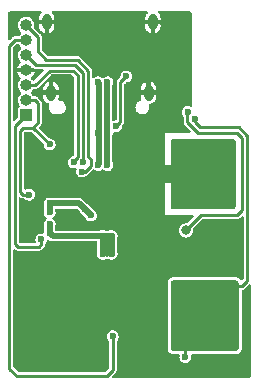
<source format=gbr>
%TF.GenerationSoftware,KiCad,Pcbnew,(6.0.7)*%
%TF.CreationDate,2022-10-06T16:56:11+02:00*%
%TF.ProjectId,k1-aioc,6b312d61-696f-4632-9e6b-696361645f70,rev?*%
%TF.SameCoordinates,Original*%
%TF.FileFunction,Copper,L2,Bot*%
%TF.FilePolarity,Positive*%
%FSLAX46Y46*%
G04 Gerber Fmt 4.6, Leading zero omitted, Abs format (unit mm)*
G04 Created by KiCad (PCBNEW (6.0.7)) date 2022-10-06 16:56:11*
%MOMM*%
%LPD*%
G01*
G04 APERTURE LIST*
%TA.AperFunction,ComponentPad*%
%ADD10O,0.800000X1.400000*%
%TD*%
%TA.AperFunction,ComponentPad*%
%ADD11R,1.000000X1.000000*%
%TD*%
%TA.AperFunction,ComponentPad*%
%ADD12O,1.000000X1.000000*%
%TD*%
%TA.AperFunction,ViaPad*%
%ADD13C,0.600000*%
%TD*%
%TA.AperFunction,ViaPad*%
%ADD14C,0.800000*%
%TD*%
%TA.AperFunction,Conductor*%
%ADD15C,0.250000*%
%TD*%
%TA.AperFunction,Conductor*%
%ADD16C,0.500000*%
%TD*%
G04 APERTURE END LIST*
D10*
%TO.P,J1,S1,SHIELD*%
%TO.N,GND*%
X107370000Y-87110000D03*
X107010000Y-81160000D03*
X115630000Y-87110000D03*
X115990000Y-81160000D03*
%TD*%
D11*
%TO.P,J2,1,Pin_1*%
%TO.N,/BOOT0*%
X105250000Y-89020000D03*
D12*
%TO.P,J2,2,Pin_2*%
%TO.N,+3V3*%
X105250000Y-87750000D03*
%TO.P,J2,3,Pin_3*%
%TO.N,/SWCLK*%
X105250000Y-86480000D03*
%TO.P,J2,4,Pin_4*%
%TO.N,GND*%
X105250000Y-85210000D03*
%TO.P,J2,5,Pin_5*%
%TO.N,/SWDIO*%
X105250000Y-83940000D03*
%TO.P,J2,6,Pin_6*%
%TO.N,/NRST*%
X105250000Y-82670000D03*
%TO.P,J2,7,Pin_7*%
%TO.N,/SWO*%
X105250000Y-81400000D03*
%TD*%
D13*
%TO.N,GND*%
X116500000Y-103750000D03*
X105000000Y-99550000D03*
X109000000Y-86250000D03*
X115500000Y-97500000D03*
X113000000Y-83500000D03*
X105500000Y-94000000D03*
X104500000Y-109000000D03*
X114242052Y-88160946D03*
X116500000Y-94500000D03*
X118950000Y-83250000D03*
X104500000Y-108000000D03*
X115000000Y-102000000D03*
X116500000Y-102750000D03*
X113000000Y-96500000D03*
X110000000Y-100250000D03*
X118950000Y-84750000D03*
X109250000Y-103750000D03*
X112250000Y-102000000D03*
X107750000Y-89500000D03*
X111500000Y-108000000D03*
X105500000Y-102750000D03*
X112000000Y-97500000D03*
X107250000Y-103750000D03*
D14*
X123250000Y-100000000D03*
D13*
X110000000Y-98250000D03*
X114000000Y-99000000D03*
X116000000Y-83500000D03*
X113750000Y-110500000D03*
X109250000Y-102750000D03*
X114500000Y-101000000D03*
X113750000Y-109500000D03*
X106999730Y-83498631D03*
X105750000Y-99550000D03*
X110000000Y-101000000D03*
X104500000Y-110000000D03*
X117000000Y-90150000D03*
X114000000Y-92000000D03*
X113000000Y-97500000D03*
X113000000Y-102000000D03*
X107000000Y-89500000D03*
X111500000Y-109000000D03*
X107250000Y-104750000D03*
X105500000Y-94750000D03*
D14*
X121750000Y-100000000D03*
D13*
X105500000Y-104250000D03*
X116500000Y-95500000D03*
X111500000Y-110000000D03*
X114750000Y-98250000D03*
X115750000Y-110000000D03*
X114000000Y-96500000D03*
X116250000Y-90150000D03*
X113750000Y-108500000D03*
X114499130Y-83499207D03*
X114500000Y-86250000D03*
X112000000Y-96500000D03*
X108500000Y-83500000D03*
X109000000Y-88166813D03*
X111500000Y-83500000D03*
X105500000Y-101250000D03*
D14*
X123250000Y-101500000D03*
D13*
X115500000Y-99000000D03*
X111000000Y-96500000D03*
X115500000Y-101000000D03*
X111500000Y-102000000D03*
X118950000Y-86250000D03*
X109250000Y-104750000D03*
X115500000Y-92000000D03*
X118950000Y-87750000D03*
X110000000Y-83500000D03*
%TO.N,/SWCLK*%
X109299068Y-93000472D03*
%TO.N,/SWDIO*%
X110098525Y-92991979D03*
%TO.N,/USB-DP*%
X111350000Y-86250000D03*
X111350000Y-90500000D03*
X111350000Y-93250000D03*
%TO.N,/USB-DN*%
X112150000Y-86250000D03*
X112150000Y-90500000D03*
X112150000Y-93250000D03*
%TO.N,+3V3*%
X110274500Y-97000000D03*
X110750000Y-97500000D03*
X105500000Y-95750000D03*
X107250000Y-97250000D03*
X107250000Y-96500000D03*
X107250000Y-91500000D03*
%TO.N,+3.3VA*%
X107250000Y-98250000D03*
X111750000Y-99250000D03*
X112500000Y-99250000D03*
X107250000Y-99000000D03*
X111750000Y-100750000D03*
X112500000Y-100750000D03*
%TO.N,Net-(J1-PadA5)*%
X113750000Y-85750000D03*
X112899500Y-89942499D03*
%TO.N,/RADIO-RX-PTT1*%
X118750000Y-109500000D03*
X119550000Y-89350000D03*
%TO.N,/RADIO-TX*%
X118950000Y-88750000D03*
D14*
X118776040Y-98783914D03*
D13*
%TO.N,/NRST*%
X112600000Y-107750000D03*
%TO.N,/SWO*%
X110000000Y-93799503D03*
%TO.N,/BOOT0*%
X106550000Y-99550000D03*
%TD*%
D15*
%TO.N,/SWCLK*%
X109299068Y-93000472D02*
X109299068Y-92907552D01*
X106020000Y-86480000D02*
X105250000Y-86480000D01*
X109299068Y-92907552D02*
X109625000Y-92581620D01*
X109250000Y-85250000D02*
X107250000Y-85250000D01*
X107250000Y-85250000D02*
X106020000Y-86480000D01*
X109625000Y-85625000D02*
X109250000Y-85250000D01*
X109625000Y-92581620D02*
X109625000Y-85625000D01*
%TO.N,/SWDIO*%
X106110000Y-84800000D02*
X105250000Y-83940000D01*
X110098525Y-92991979D02*
X110075500Y-92968954D01*
X110075500Y-92968954D02*
X110075500Y-85439104D01*
X109436396Y-84800000D02*
X106110000Y-84800000D01*
X110075500Y-85439104D02*
X109436396Y-84800000D01*
D16*
%TO.N,/USB-DP*%
X111400000Y-86300000D02*
X111400000Y-93200000D01*
X111350000Y-86250000D02*
X111400000Y-86300000D01*
X111400000Y-93200000D02*
X111350000Y-93250000D01*
%TO.N,/USB-DN*%
X112100000Y-93200000D02*
X112150000Y-93250000D01*
X112100000Y-86300000D02*
X112100000Y-93200000D01*
X112150000Y-86250000D02*
X112100000Y-86300000D01*
%TO.N,+3V3*%
X107250000Y-97250000D02*
X107250000Y-96500000D01*
D15*
X105866116Y-90066942D02*
X105866116Y-90116116D01*
D16*
X109774500Y-96500000D02*
X107250000Y-96500000D01*
X110274500Y-97000000D02*
X110250000Y-97000000D01*
D15*
X106250000Y-88000000D02*
X106250000Y-89683058D01*
X107250000Y-91500000D02*
X105866116Y-90116116D01*
X104775000Y-95525000D02*
X105000000Y-95750000D01*
X104775000Y-90341116D02*
X104775000Y-95525000D01*
X105000000Y-95750000D02*
X105500000Y-95750000D01*
X105000000Y-90116116D02*
X105866116Y-90116116D01*
X106250000Y-89683058D02*
X105866116Y-90066942D01*
X104775000Y-90341116D02*
X105000000Y-90116116D01*
X106000000Y-87750000D02*
X106250000Y-88000000D01*
D16*
X110250000Y-97000000D02*
X110750000Y-97500000D01*
D15*
X105250000Y-87750000D02*
X106000000Y-87750000D01*
D16*
X110274500Y-97000000D02*
X109774500Y-96500000D01*
%TO.N,+3.3VA*%
X107500000Y-99250000D02*
X107250000Y-99000000D01*
X112500000Y-99250000D02*
X112500000Y-100750000D01*
X111750000Y-99250000D02*
X107500000Y-99250000D01*
X112100000Y-99250000D02*
X112100000Y-100750000D01*
X111750000Y-99250000D02*
X112250000Y-99250000D01*
X107250000Y-99000000D02*
X107250000Y-98250000D01*
X111750000Y-99250000D02*
X111750000Y-100750000D01*
X112250000Y-99250000D02*
X112500000Y-99250000D01*
D15*
%TO.N,Net-(J1-PadA5)*%
X113250000Y-89591999D02*
X112899500Y-89942499D01*
X113250000Y-86250000D02*
X113250000Y-89591999D01*
X113750000Y-85750000D02*
X113250000Y-86250000D01*
%TO.N,/RADIO-RX-PTT1*%
X119550000Y-89350000D02*
X119550000Y-89597488D01*
X119952512Y-90000000D02*
X123250000Y-90000000D01*
X118750000Y-109500000D02*
X118750000Y-108750000D01*
X123250000Y-90000000D02*
X124000000Y-90750000D01*
X124000000Y-103025000D02*
X123525000Y-103500000D01*
X123525000Y-103500000D02*
X123000000Y-103500000D01*
X119550000Y-89597488D02*
X119952512Y-90000000D01*
X124000000Y-90750000D02*
X124000000Y-103025000D01*
%TO.N,/RADIO-TX*%
X118776040Y-98783914D02*
X120059954Y-97500000D01*
X123100000Y-97500000D02*
X123550000Y-97050000D01*
X120059954Y-97500000D02*
X123100000Y-97500000D01*
X123550000Y-97050000D02*
X123550000Y-90936396D01*
X119816116Y-90500000D02*
X118925000Y-89608884D01*
X118925000Y-89608884D02*
X118925000Y-88775000D01*
X123550000Y-90936396D02*
X123113604Y-90500000D01*
X123113604Y-90500000D02*
X119816116Y-90500000D01*
X118925000Y-88775000D02*
X118950000Y-88750000D01*
%TO.N,/NRST*%
X103850000Y-110483884D02*
X103850000Y-83150000D01*
X103850000Y-83150000D02*
X104330000Y-82670000D01*
X112075000Y-111125000D02*
X104491116Y-111125000D01*
X104330000Y-82670000D02*
X105250000Y-82670000D01*
X104491116Y-111125000D02*
X103850000Y-110483884D01*
X112600000Y-110600000D02*
X112075000Y-111125000D01*
X112600000Y-107750000D02*
X112600000Y-110600000D01*
%TO.N,/SWO*%
X110525500Y-92535070D02*
X110723525Y-92733095D01*
X106967215Y-84350000D02*
X109622792Y-84350000D01*
X106250000Y-82400000D02*
X106250000Y-83632785D01*
X105250000Y-81400000D02*
X106250000Y-82400000D01*
X110723525Y-92733095D02*
X110723525Y-93325978D01*
X109622792Y-84350000D02*
X110525500Y-85252708D01*
X110525500Y-85252708D02*
X110525500Y-92535070D01*
X110250000Y-93799503D02*
X110000000Y-93799503D01*
X110723525Y-93325978D02*
X110250000Y-93799503D01*
X106250000Y-83632785D02*
X106967215Y-84350000D01*
%TO.N,/BOOT0*%
X104300000Y-89970000D02*
X105250000Y-89020000D01*
X106550000Y-99550000D02*
X106550000Y-99950000D01*
X104325000Y-99925000D02*
X104325000Y-97325000D01*
X106325000Y-100175000D02*
X104575000Y-100175000D01*
X104300000Y-97300000D02*
X104300000Y-89970000D01*
X106550000Y-99950000D02*
X106325000Y-100175000D01*
X104575000Y-100175000D02*
X104325000Y-99925000D01*
X104325000Y-97325000D02*
X104300000Y-97300000D01*
%TD*%
%TA.AperFunction,Conductor*%
%TO.N,GND*%
G36*
X122762170Y-91002421D02*
G01*
X122786073Y-91007175D01*
X122821091Y-91014141D01*
X122866510Y-91032954D01*
X122886329Y-91046196D01*
X122905939Y-91059300D01*
X122940700Y-91094061D01*
X122967045Y-91133488D01*
X122985860Y-91178911D01*
X122997579Y-91237830D01*
X123000000Y-91262410D01*
X123000000Y-96737590D01*
X122997579Y-96762170D01*
X122985860Y-96821089D01*
X122967045Y-96866512D01*
X122940700Y-96905939D01*
X122905939Y-96940700D01*
X122886329Y-96953804D01*
X122866510Y-96967046D01*
X122821091Y-96985859D01*
X122786073Y-96992825D01*
X122762170Y-96997579D01*
X122737590Y-97000000D01*
X117762410Y-97000000D01*
X117737830Y-96997579D01*
X117713927Y-96992825D01*
X117678909Y-96985859D01*
X117633490Y-96967046D01*
X117613671Y-96953804D01*
X117594061Y-96940700D01*
X117559300Y-96905939D01*
X117532955Y-96866512D01*
X117514140Y-96821089D01*
X117502421Y-96762170D01*
X117500000Y-96737590D01*
X117500000Y-91262410D01*
X117502421Y-91237830D01*
X117514140Y-91178911D01*
X117532955Y-91133488D01*
X117559300Y-91094061D01*
X117594061Y-91059300D01*
X117613671Y-91046196D01*
X117633490Y-91032954D01*
X117678909Y-91014141D01*
X117713927Y-91007175D01*
X117737830Y-91002421D01*
X117762410Y-91000000D01*
X122737590Y-91000000D01*
X122762170Y-91002421D01*
G37*
%TD.AperFunction*%
%TD*%
%TA.AperFunction,Conductor*%
%TO.N,/RADIO-RX-PTT1*%
G36*
X123012170Y-103002421D02*
G01*
X123036073Y-103007175D01*
X123071091Y-103014141D01*
X123116510Y-103032954D01*
X123136329Y-103046196D01*
X123155939Y-103059300D01*
X123190700Y-103094061D01*
X123217045Y-103133488D01*
X123235860Y-103178911D01*
X123247579Y-103237830D01*
X123250000Y-103262410D01*
X123250000Y-108737590D01*
X123247579Y-108762170D01*
X123235860Y-108821089D01*
X123217045Y-108866512D01*
X123190700Y-108905939D01*
X123155939Y-108940700D01*
X123136329Y-108953804D01*
X123116510Y-108967046D01*
X123071091Y-108985859D01*
X123036073Y-108992825D01*
X123012170Y-108997579D01*
X122987590Y-109000000D01*
X117762410Y-109000000D01*
X117737830Y-108997579D01*
X117713927Y-108992825D01*
X117678909Y-108985859D01*
X117633490Y-108967046D01*
X117613671Y-108953804D01*
X117594061Y-108940700D01*
X117559300Y-108905939D01*
X117532955Y-108866512D01*
X117514140Y-108821089D01*
X117502421Y-108762170D01*
X117500000Y-108737590D01*
X117500000Y-103262410D01*
X117502421Y-103237830D01*
X117514140Y-103178911D01*
X117532955Y-103133488D01*
X117559300Y-103094061D01*
X117594061Y-103059300D01*
X117613671Y-103046196D01*
X117633490Y-103032954D01*
X117678909Y-103014141D01*
X117713927Y-103007175D01*
X117737830Y-103002421D01*
X117762410Y-103000000D01*
X122987590Y-103000000D01*
X123012170Y-103002421D01*
G37*
%TD.AperFunction*%
%TD*%
%TA.AperFunction,Conductor*%
%TO.N,GND*%
G36*
X106561569Y-80219407D02*
G01*
X106597533Y-80268907D01*
X106597533Y-80330093D01*
X106575546Y-80367270D01*
X106480964Y-80467990D01*
X106473696Y-80477994D01*
X106400093Y-80611876D01*
X106395545Y-80623364D01*
X106357548Y-80771353D01*
X106356000Y-80783605D01*
X106356000Y-80969320D01*
X106360122Y-80982005D01*
X106364243Y-80985000D01*
X107648320Y-80985000D01*
X107661005Y-80980878D01*
X107664000Y-80976757D01*
X107664000Y-80821959D01*
X107663610Y-80815771D01*
X107649269Y-80702245D01*
X107646195Y-80690273D01*
X107589952Y-80548218D01*
X107584001Y-80537393D01*
X107494194Y-80413784D01*
X107485738Y-80404779D01*
X107450685Y-80375781D01*
X107417900Y-80324120D01*
X107421742Y-80263055D01*
X107460743Y-80215911D01*
X107513790Y-80200500D01*
X115483378Y-80200500D01*
X115541569Y-80219407D01*
X115577533Y-80268907D01*
X115577533Y-80330093D01*
X115555546Y-80367270D01*
X115460964Y-80467990D01*
X115453696Y-80477994D01*
X115380093Y-80611876D01*
X115375545Y-80623364D01*
X115337548Y-80771353D01*
X115336000Y-80783605D01*
X115336000Y-80969320D01*
X115340122Y-80982005D01*
X115344243Y-80985000D01*
X116628320Y-80985000D01*
X116641005Y-80980878D01*
X116644000Y-80976757D01*
X116644000Y-80821959D01*
X116643610Y-80815771D01*
X116629269Y-80702245D01*
X116626195Y-80690273D01*
X116569952Y-80548218D01*
X116564001Y-80537393D01*
X116474194Y-80413784D01*
X116465738Y-80404779D01*
X116430685Y-80375781D01*
X116397900Y-80324120D01*
X116401742Y-80263055D01*
X116440743Y-80215911D01*
X116493790Y-80200500D01*
X118965983Y-80200500D01*
X118988169Y-80203018D01*
X118988776Y-80203158D01*
X118988778Y-80203158D01*
X118999641Y-80205656D01*
X119010227Y-80203261D01*
X119024697Y-80204413D01*
X119077063Y-80212706D01*
X119106518Y-80222275D01*
X119162071Y-80250581D01*
X119187128Y-80268785D01*
X119231215Y-80312872D01*
X119249421Y-80337932D01*
X119277723Y-80393479D01*
X119287294Y-80422935D01*
X119294758Y-80470058D01*
X119295619Y-80475497D01*
X119296701Y-80489391D01*
X119294344Y-80499641D01*
X119296804Y-80510513D01*
X119297059Y-80511638D01*
X119299500Y-80533488D01*
X119299500Y-88200775D01*
X119280593Y-88258966D01*
X119231093Y-88294930D01*
X119169907Y-88294930D01*
X119165542Y-88293219D01*
X119162095Y-88290985D01*
X119155337Y-88288964D01*
X119155335Y-88288963D01*
X119031500Y-88251929D01*
X119024739Y-88249907D01*
X118941497Y-88249398D01*
X118888427Y-88249074D01*
X118888426Y-88249074D01*
X118881376Y-88249031D01*
X118874599Y-88250968D01*
X118874598Y-88250968D01*
X118750309Y-88286490D01*
X118750307Y-88286491D01*
X118743529Y-88288428D01*
X118622280Y-88364930D01*
X118617613Y-88370214D01*
X118617611Y-88370216D01*
X118532044Y-88467103D01*
X118532042Y-88467105D01*
X118527377Y-88472388D01*
X118466447Y-88602163D01*
X118465362Y-88609132D01*
X118465361Y-88609135D01*
X118458161Y-88655379D01*
X118444391Y-88743823D01*
X118445306Y-88750820D01*
X118445306Y-88750821D01*
X118458263Y-88849907D01*
X118462980Y-88885979D01*
X118465821Y-88892435D01*
X118465821Y-88892436D01*
X118484584Y-88935077D01*
X118520720Y-89017203D01*
X118571466Y-89077572D01*
X118576283Y-89083303D01*
X118599253Y-89140013D01*
X118599500Y-89147005D01*
X118599500Y-89590350D01*
X118599123Y-89598979D01*
X118595736Y-89637691D01*
X118597978Y-89646058D01*
X118605796Y-89675233D01*
X118607666Y-89683668D01*
X118612786Y-89712706D01*
X118614412Y-89721929D01*
X118618742Y-89729428D01*
X118620738Y-89734913D01*
X118623204Y-89740200D01*
X118625446Y-89748568D01*
X118646013Y-89777940D01*
X118647732Y-89780395D01*
X118652371Y-89787676D01*
X118671806Y-89821339D01*
X118684765Y-89832213D01*
X118701570Y-89846314D01*
X118707938Y-89852149D01*
X119186785Y-90330997D01*
X119214562Y-90385513D01*
X119204991Y-90445945D01*
X119161726Y-90489210D01*
X119116781Y-90500000D01*
X117000000Y-90500000D01*
X117000000Y-93250000D01*
X117500000Y-93250000D01*
X117500000Y-94750000D01*
X117000000Y-94750000D01*
X117000000Y-97500000D01*
X119360620Y-97500000D01*
X119418811Y-97518907D01*
X119454775Y-97568407D01*
X119454775Y-97629593D01*
X119430624Y-97669004D01*
X118939007Y-98160621D01*
X118884490Y-98188398D01*
X118856085Y-98188770D01*
X118776040Y-98178232D01*
X118619278Y-98198870D01*
X118473199Y-98259378D01*
X118347758Y-98355632D01*
X118251504Y-98481073D01*
X118190996Y-98627152D01*
X118170358Y-98783914D01*
X118190996Y-98940676D01*
X118251504Y-99086755D01*
X118347758Y-99212196D01*
X118473199Y-99308450D01*
X118619278Y-99368958D01*
X118776040Y-99389596D01*
X118932802Y-99368958D01*
X119078881Y-99308450D01*
X119204322Y-99212196D01*
X119300576Y-99086755D01*
X119361084Y-98940676D01*
X119381722Y-98783914D01*
X119371184Y-98703872D01*
X119382334Y-98643713D01*
X119399333Y-98620947D01*
X120165784Y-97854496D01*
X120220301Y-97826719D01*
X120235788Y-97825500D01*
X123081466Y-97825500D01*
X123090095Y-97825877D01*
X123128807Y-97829264D01*
X123138305Y-97826719D01*
X123166349Y-97819204D01*
X123174784Y-97817334D01*
X123204517Y-97812092D01*
X123204519Y-97812091D01*
X123213045Y-97810588D01*
X123220544Y-97806258D01*
X123226029Y-97804262D01*
X123231316Y-97801796D01*
X123239684Y-97799554D01*
X123271511Y-97777268D01*
X123278795Y-97772627D01*
X123312455Y-97753194D01*
X123337431Y-97723429D01*
X123343265Y-97717061D01*
X123505496Y-97554830D01*
X123560013Y-97527053D01*
X123620445Y-97536624D01*
X123663710Y-97579889D01*
X123674500Y-97624834D01*
X123674500Y-102849166D01*
X123655593Y-102907357D01*
X123645504Y-102919169D01*
X123577384Y-102987290D01*
X123575207Y-102989467D01*
X123520691Y-103017245D01*
X123460259Y-103007674D01*
X123422890Y-102974468D01*
X123406465Y-102949888D01*
X123374194Y-102910567D01*
X123339433Y-102875806D01*
X123300111Y-102843535D01*
X123298085Y-102842181D01*
X123262697Y-102818535D01*
X123262691Y-102818532D01*
X123260682Y-102817189D01*
X123215816Y-102793207D01*
X123194414Y-102784342D01*
X123172638Y-102775322D01*
X123172634Y-102775320D01*
X123170397Y-102774394D01*
X123168088Y-102773694D01*
X123168078Y-102773690D01*
X123124041Y-102760332D01*
X123124036Y-102760331D01*
X123121716Y-102759627D01*
X123115733Y-102758437D01*
X123063962Y-102748139D01*
X123063957Y-102748138D01*
X123062795Y-102747907D01*
X123037606Y-102744171D01*
X123017515Y-102742192D01*
X123014245Y-102741870D01*
X123014242Y-102741870D01*
X123013026Y-102741750D01*
X123011832Y-102741691D01*
X123011814Y-102741690D01*
X123000703Y-102741144D01*
X122987590Y-102740500D01*
X117762410Y-102740500D01*
X117749297Y-102741144D01*
X117738186Y-102741690D01*
X117738168Y-102741691D01*
X117736974Y-102741750D01*
X117735758Y-102741870D01*
X117735755Y-102741870D01*
X117732485Y-102742192D01*
X117712394Y-102744171D01*
X117687205Y-102747907D01*
X117686043Y-102748138D01*
X117686038Y-102748139D01*
X117634267Y-102758437D01*
X117628284Y-102759627D01*
X117625964Y-102760331D01*
X117625959Y-102760332D01*
X117581922Y-102773690D01*
X117581912Y-102773694D01*
X117579603Y-102774394D01*
X117577366Y-102775320D01*
X117577362Y-102775322D01*
X117555586Y-102784342D01*
X117534184Y-102793207D01*
X117489318Y-102817189D01*
X117487309Y-102818532D01*
X117487303Y-102818535D01*
X117451915Y-102842181D01*
X117449889Y-102843535D01*
X117410567Y-102875806D01*
X117375806Y-102910567D01*
X117343535Y-102949888D01*
X117317190Y-102989315D01*
X117293209Y-103034181D01*
X117274394Y-103079604D01*
X117259626Y-103128288D01*
X117247907Y-103187207D01*
X117244171Y-103212394D01*
X117241750Y-103236974D01*
X117240500Y-103262410D01*
X117240500Y-108737590D01*
X117241750Y-108763026D01*
X117244171Y-108787606D01*
X117247907Y-108812793D01*
X117259626Y-108871712D01*
X117274394Y-108920396D01*
X117293209Y-108965819D01*
X117317190Y-109010685D01*
X117343535Y-109050112D01*
X117375806Y-109089433D01*
X117410567Y-109124194D01*
X117449889Y-109156465D01*
X117451912Y-109157816D01*
X117451915Y-109157819D01*
X117487303Y-109181465D01*
X117487309Y-109181468D01*
X117489318Y-109182811D01*
X117534184Y-109206793D01*
X117555586Y-109215658D01*
X117577362Y-109224678D01*
X117577366Y-109224680D01*
X117579603Y-109225606D01*
X117581912Y-109226306D01*
X117581922Y-109226310D01*
X117625959Y-109239668D01*
X117625964Y-109239669D01*
X117628284Y-109240373D01*
X117630662Y-109240846D01*
X117686038Y-109251861D01*
X117686043Y-109251862D01*
X117687205Y-109252093D01*
X117712394Y-109255829D01*
X117732485Y-109257808D01*
X117735755Y-109258130D01*
X117735758Y-109258130D01*
X117736974Y-109258250D01*
X117738168Y-109258309D01*
X117738186Y-109258310D01*
X117749297Y-109258856D01*
X117762410Y-109259500D01*
X118165268Y-109259500D01*
X118223459Y-109278407D01*
X118259423Y-109327907D01*
X118263089Y-109373730D01*
X118244391Y-109493823D01*
X118245306Y-109500820D01*
X118245306Y-109500821D01*
X118246814Y-109512354D01*
X118262980Y-109635979D01*
X118265821Y-109642435D01*
X118265821Y-109642436D01*
X118273586Y-109660082D01*
X118320720Y-109767203D01*
X118333792Y-109782754D01*
X118408431Y-109871549D01*
X118408434Y-109871551D01*
X118412970Y-109876948D01*
X118418841Y-109880856D01*
X118418842Y-109880857D01*
X118431143Y-109889045D01*
X118532313Y-109956390D01*
X118632920Y-109987821D01*
X118662425Y-109997039D01*
X118662426Y-109997039D01*
X118669157Y-109999142D01*
X118740828Y-110000456D01*
X118805445Y-110001641D01*
X118805447Y-110001641D01*
X118812499Y-110001770D01*
X118819302Y-109999915D01*
X118819304Y-109999915D01*
X118894503Y-109979413D01*
X118950817Y-109964060D01*
X119072991Y-109889045D01*
X119080403Y-109880857D01*
X119164468Y-109787982D01*
X119169200Y-109782754D01*
X119231710Y-109653733D01*
X119235875Y-109628982D01*
X119254862Y-109516124D01*
X119254862Y-109516120D01*
X119255496Y-109512354D01*
X119255647Y-109500000D01*
X119255104Y-109496207D01*
X119237393Y-109372534D01*
X119247860Y-109312251D01*
X119291762Y-109269633D01*
X119335393Y-109259500D01*
X122987590Y-109259500D01*
X123000703Y-109258856D01*
X123011814Y-109258310D01*
X123011832Y-109258309D01*
X123013026Y-109258250D01*
X123014242Y-109258130D01*
X123014245Y-109258130D01*
X123017515Y-109257808D01*
X123037606Y-109255829D01*
X123062795Y-109252093D01*
X123063957Y-109251862D01*
X123063962Y-109251861D01*
X123119338Y-109240846D01*
X123121716Y-109240373D01*
X123124036Y-109239669D01*
X123124041Y-109239668D01*
X123168078Y-109226310D01*
X123168088Y-109226306D01*
X123170397Y-109225606D01*
X123172634Y-109224680D01*
X123172638Y-109224678D01*
X123194414Y-109215658D01*
X123215816Y-109206793D01*
X123260682Y-109182811D01*
X123262691Y-109181468D01*
X123262697Y-109181465D01*
X123298085Y-109157819D01*
X123298088Y-109157816D01*
X123300111Y-109156465D01*
X123339433Y-109124194D01*
X123374194Y-109089433D01*
X123406465Y-109050112D01*
X123432810Y-109010685D01*
X123456791Y-108965819D01*
X123475606Y-108920396D01*
X123490374Y-108871712D01*
X123502093Y-108812793D01*
X123505829Y-108787606D01*
X123508250Y-108763026D01*
X123509500Y-108737590D01*
X123509500Y-103917101D01*
X123528407Y-103858910D01*
X123582872Y-103821475D01*
X123591359Y-103819201D01*
X123599784Y-103817334D01*
X123629517Y-103812092D01*
X123629519Y-103812091D01*
X123638045Y-103810588D01*
X123645544Y-103806258D01*
X123651029Y-103804262D01*
X123656316Y-103801796D01*
X123664684Y-103799554D01*
X123696511Y-103777268D01*
X123703795Y-103772627D01*
X123737455Y-103753194D01*
X123762436Y-103723423D01*
X123768270Y-103717056D01*
X124130497Y-103354830D01*
X124185013Y-103327053D01*
X124245445Y-103336624D01*
X124288710Y-103379889D01*
X124299500Y-103424834D01*
X124299500Y-110965983D01*
X124296982Y-110988169D01*
X124294344Y-110999641D01*
X124296739Y-111010227D01*
X124295587Y-111024697D01*
X124287294Y-111077063D01*
X124277725Y-111106518D01*
X124249419Y-111162071D01*
X124231215Y-111187128D01*
X124187128Y-111231215D01*
X124162068Y-111249421D01*
X124106521Y-111277723D01*
X124077065Y-111287294D01*
X124024499Y-111295619D01*
X124010609Y-111296701D01*
X124000359Y-111294344D01*
X123988359Y-111297059D01*
X123966512Y-111299500D01*
X112599834Y-111299500D01*
X112541643Y-111280593D01*
X112505679Y-111231093D01*
X112505679Y-111169907D01*
X112529830Y-111130496D01*
X112817057Y-110843269D01*
X112823425Y-110837434D01*
X112853194Y-110812455D01*
X112872629Y-110778792D01*
X112877268Y-110771511D01*
X112879729Y-110767996D01*
X112899554Y-110739684D01*
X112901796Y-110731319D01*
X112904258Y-110726039D01*
X112906257Y-110720548D01*
X112910588Y-110713045D01*
X112917337Y-110674771D01*
X112919206Y-110666344D01*
X112927022Y-110637173D01*
X112927022Y-110637170D01*
X112929263Y-110628807D01*
X112925877Y-110590103D01*
X112925500Y-110581475D01*
X112925500Y-108174424D01*
X112944407Y-108116233D01*
X112951102Y-108107988D01*
X113014468Y-108037982D01*
X113019200Y-108032754D01*
X113081710Y-107903733D01*
X113085875Y-107878982D01*
X113104862Y-107766124D01*
X113104862Y-107766120D01*
X113105496Y-107762354D01*
X113105647Y-107750000D01*
X113085323Y-107608082D01*
X113025984Y-107477572D01*
X112932400Y-107368963D01*
X112812095Y-107290985D01*
X112674739Y-107249907D01*
X112591497Y-107249398D01*
X112538427Y-107249074D01*
X112538426Y-107249074D01*
X112531376Y-107249031D01*
X112524599Y-107250968D01*
X112524598Y-107250968D01*
X112400309Y-107286490D01*
X112400307Y-107286491D01*
X112393529Y-107288428D01*
X112272280Y-107364930D01*
X112267613Y-107370214D01*
X112267611Y-107370216D01*
X112182044Y-107467103D01*
X112182042Y-107467105D01*
X112177377Y-107472388D01*
X112116447Y-107602163D01*
X112094391Y-107743823D01*
X112095306Y-107750820D01*
X112095306Y-107750821D01*
X112096814Y-107762354D01*
X112112980Y-107885979D01*
X112115821Y-107892435D01*
X112115821Y-107892436D01*
X112123586Y-107910082D01*
X112170720Y-108017203D01*
X112188187Y-108037982D01*
X112251283Y-108113045D01*
X112274253Y-108169755D01*
X112274500Y-108176747D01*
X112274500Y-110424166D01*
X112255593Y-110482357D01*
X112245504Y-110494170D01*
X111969170Y-110770504D01*
X111914653Y-110798281D01*
X111899166Y-110799500D01*
X104666950Y-110799500D01*
X104608759Y-110780593D01*
X104596946Y-110770504D01*
X104204496Y-110378054D01*
X104176719Y-110323537D01*
X104175500Y-110308050D01*
X104175500Y-100477282D01*
X104194407Y-100419091D01*
X104243907Y-100383127D01*
X104305093Y-100383127D01*
X104350338Y-100413646D01*
X104362545Y-100428194D01*
X104370042Y-100432523D01*
X104370044Y-100432524D01*
X104396206Y-100447628D01*
X104403484Y-100452264D01*
X104435316Y-100474553D01*
X104443682Y-100476795D01*
X104448973Y-100479262D01*
X104454450Y-100481255D01*
X104461955Y-100485588D01*
X104491038Y-100490716D01*
X104500231Y-100492337D01*
X104508654Y-100494204D01*
X104546193Y-100504263D01*
X104584896Y-100500877D01*
X104593525Y-100500500D01*
X106306466Y-100500500D01*
X106315095Y-100500877D01*
X106353807Y-100504264D01*
X106362178Y-100502021D01*
X106391349Y-100494204D01*
X106399784Y-100492334D01*
X106429517Y-100487092D01*
X106429519Y-100487091D01*
X106438045Y-100485588D01*
X106445544Y-100481258D01*
X106451029Y-100479262D01*
X106456316Y-100476796D01*
X106464684Y-100474554D01*
X106494056Y-100453987D01*
X106496511Y-100452268D01*
X106503792Y-100447629D01*
X106537455Y-100428194D01*
X106562431Y-100398429D01*
X106568265Y-100392061D01*
X106767057Y-100193269D01*
X106773425Y-100187434D01*
X106803194Y-100162455D01*
X106822629Y-100128792D01*
X106827268Y-100121511D01*
X106828987Y-100119056D01*
X106849554Y-100089684D01*
X106851796Y-100081316D01*
X106854262Y-100076029D01*
X106856258Y-100070544D01*
X106860588Y-100063045D01*
X106867334Y-100024783D01*
X106869204Y-100016349D01*
X106877022Y-99987173D01*
X106879264Y-99978807D01*
X106878509Y-99970177D01*
X106879215Y-99962108D01*
X106904440Y-99904300D01*
X106964468Y-99837982D01*
X106969200Y-99832754D01*
X107031710Y-99703733D01*
X107032880Y-99696780D01*
X107032881Y-99696776D01*
X107039459Y-99657675D01*
X107040502Y-99651473D01*
X107068802Y-99597227D01*
X107123582Y-99569974D01*
X107183920Y-99580125D01*
X107194416Y-99586457D01*
X107236740Y-99615708D01*
X107239272Y-99617517D01*
X107280861Y-99648236D01*
X107280863Y-99648237D01*
X107286816Y-99652634D01*
X107293632Y-99655027D01*
X107299569Y-99659131D01*
X107306628Y-99661364D01*
X107306629Y-99661364D01*
X107326973Y-99667798D01*
X107355929Y-99676956D01*
X107358814Y-99677918D01*
X107414631Y-99697519D01*
X107420673Y-99697756D01*
X107423347Y-99698277D01*
X107428730Y-99699980D01*
X107435337Y-99700500D01*
X107488541Y-99700500D01*
X107492428Y-99700576D01*
X107549994Y-99702838D01*
X107556773Y-99701041D01*
X107566593Y-99700500D01*
X111200500Y-99700500D01*
X111258691Y-99719407D01*
X111294655Y-99768907D01*
X111299500Y-99799500D01*
X111299500Y-100509680D01*
X111290116Y-100551751D01*
X111266447Y-100602163D01*
X111244391Y-100743823D01*
X111245306Y-100750820D01*
X111245306Y-100750821D01*
X111246814Y-100762354D01*
X111262980Y-100885979D01*
X111265821Y-100892435D01*
X111265821Y-100892436D01*
X111273586Y-100910082D01*
X111320720Y-101017203D01*
X111333792Y-101032754D01*
X111408431Y-101121549D01*
X111408434Y-101121551D01*
X111412970Y-101126948D01*
X111418841Y-101130856D01*
X111418842Y-101130857D01*
X111431143Y-101139045D01*
X111532313Y-101206390D01*
X111632920Y-101237821D01*
X111662425Y-101247039D01*
X111662426Y-101247039D01*
X111669157Y-101249142D01*
X111740828Y-101250456D01*
X111805445Y-101251641D01*
X111805447Y-101251641D01*
X111812499Y-101251770D01*
X111819302Y-101249915D01*
X111819304Y-101249915D01*
X111944013Y-101215915D01*
X111950817Y-101214060D01*
X111956826Y-101210371D01*
X111956834Y-101210367D01*
X111958984Y-101209047D01*
X111961015Y-101208558D01*
X111963302Y-101207568D01*
X111963474Y-101207965D01*
X112018467Y-101194714D01*
X112033135Y-101196972D01*
X112053394Y-101201667D01*
X112064255Y-101204185D01*
X112199384Y-101194617D01*
X112205896Y-101192098D01*
X112266611Y-101197836D01*
X112269974Y-101199662D01*
X112270077Y-101199446D01*
X112276442Y-101202482D01*
X112282313Y-101206390D01*
X112382920Y-101237821D01*
X112412425Y-101247039D01*
X112412426Y-101247039D01*
X112419157Y-101249142D01*
X112490828Y-101250456D01*
X112555445Y-101251641D01*
X112555447Y-101251641D01*
X112562499Y-101251770D01*
X112569302Y-101249915D01*
X112569304Y-101249915D01*
X112644503Y-101229413D01*
X112700817Y-101214060D01*
X112822991Y-101139045D01*
X112830403Y-101130857D01*
X112914468Y-101037982D01*
X112919200Y-101032754D01*
X112981710Y-100903733D01*
X112985875Y-100878982D01*
X113004862Y-100766124D01*
X113004862Y-100766120D01*
X113005496Y-100762354D01*
X113005647Y-100750000D01*
X112985323Y-100608082D01*
X112979731Y-100595782D01*
X112959378Y-100551017D01*
X112950500Y-100510042D01*
X112950500Y-99490870D01*
X112960406Y-99447705D01*
X112978635Y-99410079D01*
X112981710Y-99403733D01*
X112983049Y-99395776D01*
X113004862Y-99266124D01*
X113004862Y-99266120D01*
X113005496Y-99262354D01*
X113005647Y-99250000D01*
X112985323Y-99108082D01*
X112925984Y-98977572D01*
X112832400Y-98868963D01*
X112712095Y-98790985D01*
X112574739Y-98749907D01*
X112491497Y-98749398D01*
X112438427Y-98749074D01*
X112438426Y-98749074D01*
X112431376Y-98749031D01*
X112424599Y-98750968D01*
X112424598Y-98750968D01*
X112316849Y-98781763D01*
X112293529Y-98788428D01*
X112289220Y-98791147D01*
X112250092Y-98799500D01*
X112162966Y-98799500D01*
X112150332Y-98798055D01*
X112150331Y-98798067D01*
X112142957Y-98797487D01*
X112135745Y-98795815D01*
X112091287Y-98798963D01*
X112087190Y-98799253D01*
X112080198Y-98799500D01*
X111999905Y-98799500D01*
X111962565Y-98791290D01*
X111962095Y-98790985D01*
X111955337Y-98788964D01*
X111955335Y-98788963D01*
X111831500Y-98751929D01*
X111824739Y-98749907D01*
X111741497Y-98749398D01*
X111688427Y-98749074D01*
X111688426Y-98749074D01*
X111681376Y-98749031D01*
X111674599Y-98750968D01*
X111674598Y-98750968D01*
X111566849Y-98781763D01*
X111543529Y-98788428D01*
X111539220Y-98791147D01*
X111500092Y-98799500D01*
X107799500Y-98799500D01*
X107741309Y-98780593D01*
X107705345Y-98731093D01*
X107700500Y-98700500D01*
X107700500Y-98490870D01*
X107710406Y-98447705D01*
X107728635Y-98410079D01*
X107731710Y-98403733D01*
X107732880Y-98396779D01*
X107754862Y-98266124D01*
X107754862Y-98266120D01*
X107755496Y-98262354D01*
X107755647Y-98250000D01*
X107735323Y-98108082D01*
X107686986Y-98001770D01*
X107678905Y-97983996D01*
X107678904Y-97983995D01*
X107675984Y-97977572D01*
X107592649Y-97880857D01*
X107587005Y-97874307D01*
X107587004Y-97874306D01*
X107582400Y-97868963D01*
X107527328Y-97833267D01*
X107488781Y-97785751D01*
X107485526Y-97724652D01*
X107518805Y-97673309D01*
X107529374Y-97665826D01*
X107566978Y-97642737D01*
X107572991Y-97639045D01*
X107580403Y-97630857D01*
X107664468Y-97537982D01*
X107669200Y-97532754D01*
X107731710Y-97403733D01*
X107735875Y-97378982D01*
X107754862Y-97266124D01*
X107754862Y-97266120D01*
X107755496Y-97262354D01*
X107755647Y-97250000D01*
X107735323Y-97108082D01*
X107727318Y-97090476D01*
X107720445Y-97029678D01*
X107750620Y-96976451D01*
X107806319Y-96951127D01*
X107817440Y-96950500D01*
X109546889Y-96950500D01*
X109605080Y-96969407D01*
X109616893Y-96979496D01*
X109785430Y-97148033D01*
X109806042Y-97178165D01*
X109838012Y-97250821D01*
X109845220Y-97267203D01*
X109891345Y-97322076D01*
X109932931Y-97371549D01*
X109932934Y-97371551D01*
X109937470Y-97376948D01*
X110056813Y-97456390D01*
X110063339Y-97458429D01*
X110090573Y-97477676D01*
X110260930Y-97648033D01*
X110281542Y-97678165D01*
X110316461Y-97757523D01*
X110320720Y-97767203D01*
X110340711Y-97790985D01*
X110408431Y-97871549D01*
X110408434Y-97871551D01*
X110412970Y-97876948D01*
X110418841Y-97880856D01*
X110418842Y-97880857D01*
X110431143Y-97889045D01*
X110532313Y-97956390D01*
X110632920Y-97987821D01*
X110662425Y-97997039D01*
X110662426Y-97997039D01*
X110669157Y-97999142D01*
X110740828Y-98000456D01*
X110805445Y-98001641D01*
X110805447Y-98001641D01*
X110812499Y-98001770D01*
X110819302Y-97999915D01*
X110819304Y-97999915D01*
X110920270Y-97972388D01*
X110950817Y-97964060D01*
X111072991Y-97889045D01*
X111080403Y-97880857D01*
X111164468Y-97787982D01*
X111169200Y-97782754D01*
X111231710Y-97653733D01*
X111234182Y-97639045D01*
X111254862Y-97516124D01*
X111254862Y-97516120D01*
X111255496Y-97512354D01*
X111255647Y-97500000D01*
X111235323Y-97358082D01*
X111203380Y-97287827D01*
X111178905Y-97233996D01*
X111178904Y-97233995D01*
X111175984Y-97227572D01*
X111115582Y-97157472D01*
X111087005Y-97124307D01*
X111087004Y-97124306D01*
X111082400Y-97118963D01*
X111038450Y-97090476D01*
X110968014Y-97044821D01*
X110968011Y-97044820D01*
X110962095Y-97040985D01*
X110937536Y-97033641D01*
X110895899Y-97008796D01*
X110782308Y-96895205D01*
X110760208Y-96857907D01*
X110759823Y-96858082D01*
X110758213Y-96854541D01*
X110719264Y-96768876D01*
X110703405Y-96733996D01*
X110703404Y-96733995D01*
X110700484Y-96727572D01*
X110606900Y-96618963D01*
X110574990Y-96598280D01*
X110492514Y-96544821D01*
X110492511Y-96544820D01*
X110486595Y-96540985D01*
X110462036Y-96533641D01*
X110420399Y-96508796D01*
X110116119Y-96204516D01*
X110108377Y-96195803D01*
X110090953Y-96173701D01*
X110086372Y-96167890D01*
X110037751Y-96134286D01*
X110035228Y-96132483D01*
X110027735Y-96126948D01*
X110005871Y-96110799D01*
X109993639Y-96101764D01*
X109993637Y-96101763D01*
X109987684Y-96097366D01*
X109980868Y-96094973D01*
X109974931Y-96090869D01*
X109967872Y-96088636D01*
X109967871Y-96088636D01*
X109938237Y-96079264D01*
X109918571Y-96073044D01*
X109915686Y-96072082D01*
X109859869Y-96052481D01*
X109853827Y-96052244D01*
X109851153Y-96051723D01*
X109845770Y-96050020D01*
X109839163Y-96049500D01*
X109785959Y-96049500D01*
X109782072Y-96049424D01*
X109731897Y-96047452D01*
X109731894Y-96047452D01*
X109724506Y-96047162D01*
X109717728Y-96048959D01*
X109707903Y-96049500D01*
X107499905Y-96049500D01*
X107462565Y-96041290D01*
X107462095Y-96040985D01*
X107455337Y-96038964D01*
X107455335Y-96038963D01*
X107331500Y-96001929D01*
X107324739Y-95999907D01*
X107241497Y-95999398D01*
X107188427Y-95999074D01*
X107188426Y-95999074D01*
X107181376Y-95999031D01*
X107174599Y-96000968D01*
X107174598Y-96000968D01*
X107050309Y-96036490D01*
X107050307Y-96036491D01*
X107043529Y-96038428D01*
X107017370Y-96054933D01*
X106978808Y-96079264D01*
X106922280Y-96114930D01*
X106917613Y-96120214D01*
X106917611Y-96120216D01*
X106832044Y-96217103D01*
X106832042Y-96217105D01*
X106827377Y-96222388D01*
X106766447Y-96352163D01*
X106744391Y-96493823D01*
X106762980Y-96635979D01*
X106765820Y-96642433D01*
X106765821Y-96642437D01*
X106791116Y-96699923D01*
X106799500Y-96739795D01*
X106799500Y-97009680D01*
X106790116Y-97051751D01*
X106766447Y-97102163D01*
X106765362Y-97109132D01*
X106765361Y-97109135D01*
X106755770Y-97170736D01*
X106744391Y-97243823D01*
X106745306Y-97250820D01*
X106745306Y-97250821D01*
X106746331Y-97258656D01*
X106762980Y-97385979D01*
X106765821Y-97392435D01*
X106765821Y-97392436D01*
X106803328Y-97477676D01*
X106820720Y-97517203D01*
X106829000Y-97527053D01*
X106908431Y-97621549D01*
X106908434Y-97621551D01*
X106912970Y-97626948D01*
X106918841Y-97630856D01*
X106918842Y-97630857D01*
X106973897Y-97667505D01*
X107011860Y-97715489D01*
X107014369Y-97776623D01*
X106980464Y-97827556D01*
X106971867Y-97833643D01*
X106922280Y-97864930D01*
X106917613Y-97870214D01*
X106917611Y-97870216D01*
X106832044Y-97967103D01*
X106832042Y-97967105D01*
X106827377Y-97972388D01*
X106766447Y-98102163D01*
X106765362Y-98109132D01*
X106765361Y-98109135D01*
X106751970Y-98195142D01*
X106744391Y-98243823D01*
X106745306Y-98250820D01*
X106745306Y-98250821D01*
X106762065Y-98378982D01*
X106762980Y-98385979D01*
X106765820Y-98392433D01*
X106765821Y-98392437D01*
X106791116Y-98449923D01*
X106799500Y-98489795D01*
X106799500Y-98759680D01*
X106790116Y-98801751D01*
X106766447Y-98852163D01*
X106765362Y-98859132D01*
X106765361Y-98859135D01*
X106748121Y-98969869D01*
X106720487Y-99024458D01*
X106666044Y-99052379D01*
X106635666Y-99052551D01*
X106631496Y-99051928D01*
X106624739Y-99049907D01*
X106553057Y-99049469D01*
X106488427Y-99049074D01*
X106488426Y-99049074D01*
X106481376Y-99049031D01*
X106474599Y-99050968D01*
X106474598Y-99050968D01*
X106350309Y-99086490D01*
X106350307Y-99086491D01*
X106343529Y-99088428D01*
X106222280Y-99164930D01*
X106217613Y-99170214D01*
X106217611Y-99170216D01*
X106132044Y-99267103D01*
X106132042Y-99267105D01*
X106127377Y-99272388D01*
X106066447Y-99402163D01*
X106065362Y-99409132D01*
X106065361Y-99409135D01*
X106059356Y-99447705D01*
X106044391Y-99543823D01*
X106045306Y-99550820D01*
X106045306Y-99550821D01*
X106058468Y-99651474D01*
X106062980Y-99685979D01*
X106065821Y-99692435D01*
X106065821Y-99692436D01*
X106073826Y-99710628D01*
X106079956Y-99771505D01*
X106049133Y-99824359D01*
X105993129Y-99849002D01*
X105983210Y-99849500D01*
X104750834Y-99849500D01*
X104692643Y-99830593D01*
X104680857Y-99820530D01*
X104679523Y-99819197D01*
X104651725Y-99764691D01*
X104650500Y-99749167D01*
X104650500Y-97343523D01*
X104650877Y-97334894D01*
X104653508Y-97304820D01*
X104654263Y-97296193D01*
X104652022Y-97287830D01*
X104652022Y-97287827D01*
X104644206Y-97258656D01*
X104642337Y-97250228D01*
X104641628Y-97246209D01*
X104635588Y-97211955D01*
X104631416Y-97204729D01*
X104625500Y-97171179D01*
X104625500Y-96077565D01*
X104644407Y-96019374D01*
X104693907Y-95983410D01*
X104755093Y-95983410D01*
X104784728Y-95999836D01*
X104787545Y-96003194D01*
X104821205Y-96022627D01*
X104828489Y-96027268D01*
X104860316Y-96049554D01*
X104868684Y-96051796D01*
X104873971Y-96054262D01*
X104879456Y-96056258D01*
X104886955Y-96060588D01*
X104895481Y-96062091D01*
X104895483Y-96062092D01*
X104925216Y-96067334D01*
X104933650Y-96069204D01*
X104971193Y-96079264D01*
X104979822Y-96078509D01*
X105009905Y-96075877D01*
X105018534Y-96075500D01*
X105073612Y-96075500D01*
X105131803Y-96094407D01*
X105149394Y-96110797D01*
X105162970Y-96126948D01*
X105168841Y-96130856D01*
X105168842Y-96130857D01*
X105181143Y-96139045D01*
X105282313Y-96206390D01*
X105353952Y-96228771D01*
X105412425Y-96247039D01*
X105412426Y-96247039D01*
X105419157Y-96249142D01*
X105490828Y-96250456D01*
X105555445Y-96251641D01*
X105555447Y-96251641D01*
X105562499Y-96251770D01*
X105569302Y-96249915D01*
X105569304Y-96249915D01*
X105689655Y-96217103D01*
X105700817Y-96214060D01*
X105822991Y-96139045D01*
X105830403Y-96130857D01*
X105914468Y-96037982D01*
X105919200Y-96032754D01*
X105981710Y-95903733D01*
X106005496Y-95762354D01*
X106005647Y-95750000D01*
X105985323Y-95608082D01*
X105925984Y-95477572D01*
X105832400Y-95368963D01*
X105712095Y-95290985D01*
X105574739Y-95249907D01*
X105491497Y-95249398D01*
X105438427Y-95249074D01*
X105438426Y-95249074D01*
X105431376Y-95249031D01*
X105424599Y-95250968D01*
X105424598Y-95250968D01*
X105300309Y-95286490D01*
X105300307Y-95286491D01*
X105293529Y-95288428D01*
X105283394Y-95294823D01*
X105252328Y-95314424D01*
X105193025Y-95329485D01*
X105136196Y-95306812D01*
X105103546Y-95255066D01*
X105100500Y-95230697D01*
X105100500Y-90540616D01*
X105119407Y-90482425D01*
X105168907Y-90446461D01*
X105199500Y-90441616D01*
X105690282Y-90441616D01*
X105748473Y-90460523D01*
X105760286Y-90470612D01*
X106716353Y-91426679D01*
X106744130Y-91481196D01*
X106744838Y-91490951D01*
X106744391Y-91493823D01*
X106745306Y-91500820D01*
X106745306Y-91500822D01*
X106746814Y-91512354D01*
X106762980Y-91635979D01*
X106765821Y-91642435D01*
X106765821Y-91642436D01*
X106773586Y-91660082D01*
X106820720Y-91767203D01*
X106833792Y-91782754D01*
X106908431Y-91871549D01*
X106908434Y-91871551D01*
X106912970Y-91876948D01*
X106918841Y-91880856D01*
X106918842Y-91880857D01*
X106931143Y-91889045D01*
X107032313Y-91956390D01*
X107132920Y-91987821D01*
X107162425Y-91997039D01*
X107162426Y-91997039D01*
X107169157Y-91999142D01*
X107240828Y-92000456D01*
X107305445Y-92001641D01*
X107305447Y-92001641D01*
X107312499Y-92001770D01*
X107319302Y-91999915D01*
X107319304Y-91999915D01*
X107394503Y-91979413D01*
X107450817Y-91964060D01*
X107572991Y-91889045D01*
X107580403Y-91880857D01*
X107664468Y-91787982D01*
X107669200Y-91782754D01*
X107731710Y-91653733D01*
X107735875Y-91628982D01*
X107754862Y-91516124D01*
X107754862Y-91516120D01*
X107755496Y-91512354D01*
X107755647Y-91500000D01*
X107735323Y-91358082D01*
X107675984Y-91227572D01*
X107582400Y-91118963D01*
X107462095Y-91040985D01*
X107324739Y-90999907D01*
X107302266Y-90999770D01*
X107250182Y-90999451D01*
X107192108Y-90980188D01*
X107180783Y-90970457D01*
X106371859Y-90161533D01*
X106344082Y-90107016D01*
X106353653Y-90046584D01*
X106371859Y-90021525D01*
X106467057Y-89926327D01*
X106473425Y-89920492D01*
X106488969Y-89907449D01*
X106503194Y-89895513D01*
X106522629Y-89861850D01*
X106527268Y-89854569D01*
X106533048Y-89846314D01*
X106549554Y-89822742D01*
X106551796Y-89814374D01*
X106554262Y-89809087D01*
X106556258Y-89803602D01*
X106560588Y-89796103D01*
X106565051Y-89770794D01*
X106567334Y-89757842D01*
X106569204Y-89749407D01*
X106577022Y-89720232D01*
X106579264Y-89711865D01*
X106575877Y-89673153D01*
X106575500Y-89664524D01*
X106575500Y-88018523D01*
X106575877Y-88009894D01*
X106578508Y-87979822D01*
X106579263Y-87971193D01*
X106569205Y-87933657D01*
X106567337Y-87925231D01*
X106565716Y-87916038D01*
X106560588Y-87886955D01*
X106556255Y-87879450D01*
X106554262Y-87873973D01*
X106551795Y-87868682D01*
X106549553Y-87860316D01*
X106527264Y-87828484D01*
X106522628Y-87821206D01*
X106507524Y-87795044D01*
X106507523Y-87795042D01*
X106503194Y-87787545D01*
X106473429Y-87762569D01*
X106467062Y-87756735D01*
X106243275Y-87532949D01*
X106237439Y-87526581D01*
X106236156Y-87525052D01*
X106212455Y-87496806D01*
X106178792Y-87477371D01*
X106171511Y-87472732D01*
X106169056Y-87471013D01*
X106139684Y-87450446D01*
X106131316Y-87448204D01*
X106130967Y-87448041D01*
X106716000Y-87448041D01*
X106716390Y-87454229D01*
X106730731Y-87567755D01*
X106733805Y-87579727D01*
X106790048Y-87721782D01*
X106795999Y-87732607D01*
X106885806Y-87856216D01*
X106894262Y-87865221D01*
X107011986Y-87962609D01*
X107022419Y-87969231D01*
X107160016Y-88033979D01*
X107204618Y-88075863D01*
X107216083Y-88135965D01*
X107209328Y-88161442D01*
X107193036Y-88200775D01*
X107189313Y-88209764D01*
X107169534Y-88360000D01*
X107189313Y-88510236D01*
X107191797Y-88516233D01*
X107244819Y-88644240D01*
X107244821Y-88644244D01*
X107247302Y-88650233D01*
X107251248Y-88655375D01*
X107251250Y-88655379D01*
X107323856Y-88750000D01*
X107339549Y-88770451D01*
X107344698Y-88774402D01*
X107454621Y-88858750D01*
X107454625Y-88858752D01*
X107459767Y-88862698D01*
X107465756Y-88865179D01*
X107465760Y-88865181D01*
X107528057Y-88890985D01*
X107599764Y-88920687D01*
X107712280Y-88935500D01*
X108087720Y-88935500D01*
X108200236Y-88920687D01*
X108271943Y-88890985D01*
X108334240Y-88865181D01*
X108334244Y-88865179D01*
X108340233Y-88862698D01*
X108345375Y-88858752D01*
X108345379Y-88858750D01*
X108455302Y-88774402D01*
X108460451Y-88770451D01*
X108476144Y-88750000D01*
X108548750Y-88655379D01*
X108548752Y-88655375D01*
X108552698Y-88650233D01*
X108555179Y-88644244D01*
X108555181Y-88644240D01*
X108608203Y-88516233D01*
X108610687Y-88510236D01*
X108630466Y-88360000D01*
X108610687Y-88209764D01*
X108590671Y-88161442D01*
X108555181Y-88075760D01*
X108555179Y-88075756D01*
X108552698Y-88069767D01*
X108548752Y-88064625D01*
X108548750Y-88064621D01*
X108464402Y-87954698D01*
X108460451Y-87949549D01*
X108434305Y-87929486D01*
X108345379Y-87861250D01*
X108345375Y-87861248D01*
X108340233Y-87857302D01*
X108334244Y-87854821D01*
X108334240Y-87854819D01*
X108206233Y-87801797D01*
X108200236Y-87799313D01*
X108087720Y-87784500D01*
X108075545Y-87784500D01*
X108017354Y-87765593D01*
X107981390Y-87716093D01*
X107981390Y-87654907D01*
X107983498Y-87649053D01*
X107984456Y-87646633D01*
X108022452Y-87498647D01*
X108024000Y-87486395D01*
X108024000Y-87300680D01*
X108019878Y-87287995D01*
X108015757Y-87285000D01*
X106731680Y-87285000D01*
X106718995Y-87289122D01*
X106716000Y-87293243D01*
X106716000Y-87448041D01*
X106130967Y-87448041D01*
X106126029Y-87445738D01*
X106120544Y-87443742D01*
X106113045Y-87439412D01*
X106104519Y-87437909D01*
X106104517Y-87437908D01*
X106074784Y-87432666D01*
X106066349Y-87430796D01*
X106037174Y-87422978D01*
X106028807Y-87420736D01*
X106020178Y-87421491D01*
X105990095Y-87424123D01*
X105981466Y-87424500D01*
X105928409Y-87424500D01*
X105870218Y-87405593D01*
X105846821Y-87381575D01*
X105779312Y-87283349D01*
X105672554Y-87188230D01*
X105641684Y-87135404D01*
X105647761Y-87074521D01*
X105674117Y-87039034D01*
X105764884Y-86961512D01*
X105764890Y-86961506D01*
X105769423Y-86957634D01*
X105772907Y-86952786D01*
X105796955Y-86919320D01*
X106716000Y-86919320D01*
X106720122Y-86932005D01*
X106724243Y-86935000D01*
X107179320Y-86935000D01*
X107192005Y-86930878D01*
X107195000Y-86926757D01*
X107195000Y-86919320D01*
X107545000Y-86919320D01*
X107549122Y-86932005D01*
X107553243Y-86935000D01*
X108008320Y-86935000D01*
X108021005Y-86930878D01*
X108024000Y-86926757D01*
X108024000Y-86771959D01*
X108023610Y-86765771D01*
X108009269Y-86652245D01*
X108006195Y-86640273D01*
X107949952Y-86498218D01*
X107944001Y-86487393D01*
X107854194Y-86363784D01*
X107845738Y-86354779D01*
X107728014Y-86257391D01*
X107717581Y-86250769D01*
X107579340Y-86185717D01*
X107567584Y-86181898D01*
X107560401Y-86180528D01*
X107547170Y-86182200D01*
X107546982Y-86182376D01*
X107545000Y-86190097D01*
X107545000Y-86919320D01*
X107195000Y-86919320D01*
X107195000Y-86194885D01*
X107191479Y-86184050D01*
X107180089Y-86184050D01*
X107095250Y-86211616D01*
X107084070Y-86216876D01*
X106955067Y-86298744D01*
X106945548Y-86306618D01*
X106840964Y-86417990D01*
X106833696Y-86427994D01*
X106760093Y-86561876D01*
X106755545Y-86573364D01*
X106717548Y-86721353D01*
X106716000Y-86733605D01*
X106716000Y-86919320D01*
X105796955Y-86919320D01*
X105849116Y-86846730D01*
X105898427Y-86810507D01*
X105929512Y-86805500D01*
X106001466Y-86805500D01*
X106010095Y-86805877D01*
X106048807Y-86809264D01*
X106086350Y-86799204D01*
X106094784Y-86797334D01*
X106124517Y-86792092D01*
X106124519Y-86792091D01*
X106133045Y-86790588D01*
X106140544Y-86786258D01*
X106146029Y-86784262D01*
X106151316Y-86781796D01*
X106159684Y-86779554D01*
X106191511Y-86757268D01*
X106198795Y-86752627D01*
X106232455Y-86733194D01*
X106257431Y-86703429D01*
X106263265Y-86697061D01*
X107355830Y-85604496D01*
X107410347Y-85576719D01*
X107425834Y-85575500D01*
X109074166Y-85575500D01*
X109132357Y-85594407D01*
X109144170Y-85604496D01*
X109270504Y-85730830D01*
X109298281Y-85785347D01*
X109299500Y-85800834D01*
X109299500Y-92405097D01*
X109280593Y-92463288D01*
X109227705Y-92500286D01*
X109173958Y-92515647D01*
X109099377Y-92536962D01*
X109099375Y-92536963D01*
X109092597Y-92538900D01*
X108971348Y-92615402D01*
X108966681Y-92620686D01*
X108966679Y-92620688D01*
X108881112Y-92717575D01*
X108881110Y-92717577D01*
X108876445Y-92722860D01*
X108815515Y-92852635D01*
X108793459Y-92994295D01*
X108812048Y-93136451D01*
X108814889Y-93142907D01*
X108814889Y-93142908D01*
X108860343Y-93246209D01*
X108869788Y-93267675D01*
X108896733Y-93299730D01*
X108957499Y-93372021D01*
X108957502Y-93372023D01*
X108962038Y-93377420D01*
X109081381Y-93456862D01*
X109181818Y-93488240D01*
X109211493Y-93497511D01*
X109211494Y-93497511D01*
X109218225Y-93499614D01*
X109289896Y-93500928D01*
X109354513Y-93502113D01*
X109354515Y-93502113D01*
X109361567Y-93502242D01*
X109412925Y-93488240D01*
X109474038Y-93491175D01*
X109521756Y-93529472D01*
X109537850Y-93588503D01*
X109528580Y-93625824D01*
X109516447Y-93651666D01*
X109515362Y-93658635D01*
X109515361Y-93658638D01*
X109507599Y-93708492D01*
X109494391Y-93793326D01*
X109512980Y-93935482D01*
X109515821Y-93941938D01*
X109515821Y-93941939D01*
X109566461Y-94057026D01*
X109570720Y-94066706D01*
X109616845Y-94121578D01*
X109658431Y-94171052D01*
X109658434Y-94171054D01*
X109662970Y-94176451D01*
X109668841Y-94180359D01*
X109668842Y-94180360D01*
X109681143Y-94188548D01*
X109782313Y-94255893D01*
X109882920Y-94287324D01*
X109912425Y-94296542D01*
X109912426Y-94296542D01*
X109919157Y-94298645D01*
X109990828Y-94299959D01*
X110055445Y-94301144D01*
X110055447Y-94301144D01*
X110062499Y-94301273D01*
X110069302Y-94299418D01*
X110069304Y-94299418D01*
X110144503Y-94278916D01*
X110200817Y-94263563D01*
X110322991Y-94188548D01*
X110330403Y-94180360D01*
X110417463Y-94084176D01*
X110441359Y-94064876D01*
X110462455Y-94052697D01*
X110487436Y-94022926D01*
X110493270Y-94016559D01*
X110878799Y-93631031D01*
X110933315Y-93603254D01*
X110993747Y-93612825D01*
X111011067Y-93624684D01*
X111012970Y-93626948D01*
X111018841Y-93630856D01*
X111018842Y-93630857D01*
X111031143Y-93639045D01*
X111132313Y-93706390D01*
X111232920Y-93737821D01*
X111262425Y-93747039D01*
X111262426Y-93747039D01*
X111269157Y-93749142D01*
X111340828Y-93750456D01*
X111405445Y-93751641D01*
X111405447Y-93751641D01*
X111412499Y-93751770D01*
X111419302Y-93749915D01*
X111419304Y-93749915D01*
X111494503Y-93729413D01*
X111550817Y-93714060D01*
X111672991Y-93639045D01*
X111677726Y-93633814D01*
X111683151Y-93629310D01*
X111684360Y-93630766D01*
X111729366Y-93604940D01*
X111790199Y-93611497D01*
X111811719Y-93625460D01*
X111812970Y-93626948D01*
X111932313Y-93706390D01*
X112032920Y-93737821D01*
X112062425Y-93747039D01*
X112062426Y-93747039D01*
X112069157Y-93749142D01*
X112140828Y-93750456D01*
X112205445Y-93751641D01*
X112205447Y-93751641D01*
X112212499Y-93751770D01*
X112219302Y-93749915D01*
X112219304Y-93749915D01*
X112294503Y-93729413D01*
X112350817Y-93714060D01*
X112472991Y-93639045D01*
X112480403Y-93630857D01*
X112564468Y-93537982D01*
X112569200Y-93532754D01*
X112631710Y-93403733D01*
X112635480Y-93381329D01*
X112654862Y-93266124D01*
X112654862Y-93266120D01*
X112655496Y-93262354D01*
X112655647Y-93250000D01*
X112635323Y-93108082D01*
X112622420Y-93079704D01*
X112578903Y-92983991D01*
X112578901Y-92983988D01*
X112575984Y-92977572D01*
X112571381Y-92972230D01*
X112567580Y-92966287D01*
X112569875Y-92964819D01*
X112550840Y-92919424D01*
X112550500Y-92911228D01*
X112550500Y-90838958D01*
X112566910Y-90785284D01*
X112569200Y-90782754D01*
X112631710Y-90653733D01*
X112655496Y-90512354D01*
X112656412Y-90512508D01*
X112678897Y-90459872D01*
X112731416Y-90428479D01*
X112782986Y-90430497D01*
X112811925Y-90439538D01*
X112811926Y-90439538D01*
X112818657Y-90441641D01*
X112890328Y-90442955D01*
X112954945Y-90444140D01*
X112954947Y-90444140D01*
X112961999Y-90444269D01*
X112968802Y-90442414D01*
X112968804Y-90442414D01*
X113050396Y-90420169D01*
X113100317Y-90406559D01*
X113222491Y-90331544D01*
X113318700Y-90225253D01*
X113381210Y-90096232D01*
X113391767Y-90033488D01*
X113404362Y-89958623D01*
X113404362Y-89958619D01*
X113404996Y-89954853D01*
X113405147Y-89942499D01*
X113405636Y-89942505D01*
X113420101Y-89885663D01*
X113433799Y-89868526D01*
X113467057Y-89835268D01*
X113473425Y-89829433D01*
X113503194Y-89804454D01*
X113522629Y-89770791D01*
X113527268Y-89763510D01*
X113531337Y-89757699D01*
X113549554Y-89731683D01*
X113551796Y-89723315D01*
X113554262Y-89718028D01*
X113556258Y-89712543D01*
X113560588Y-89705044D01*
X113567334Y-89666782D01*
X113569204Y-89658348D01*
X113577022Y-89629173D01*
X113579264Y-89620806D01*
X113575877Y-89582090D01*
X113575500Y-89573462D01*
X113575500Y-88360000D01*
X114519534Y-88360000D01*
X114539313Y-88510236D01*
X114541797Y-88516233D01*
X114594819Y-88644240D01*
X114594821Y-88644244D01*
X114597302Y-88650233D01*
X114601248Y-88655375D01*
X114601250Y-88655379D01*
X114673856Y-88750000D01*
X114689549Y-88770451D01*
X114694698Y-88774402D01*
X114804621Y-88858750D01*
X114804625Y-88858752D01*
X114809767Y-88862698D01*
X114815756Y-88865179D01*
X114815760Y-88865181D01*
X114878057Y-88890985D01*
X114949764Y-88920687D01*
X115062280Y-88935500D01*
X115137720Y-88935500D01*
X115250236Y-88920687D01*
X115321943Y-88890985D01*
X115384240Y-88865181D01*
X115384244Y-88865179D01*
X115390233Y-88862698D01*
X115395375Y-88858752D01*
X115395379Y-88858750D01*
X115505302Y-88774402D01*
X115510451Y-88770451D01*
X115526144Y-88750000D01*
X115598750Y-88655379D01*
X115598752Y-88655375D01*
X115602698Y-88650233D01*
X115605179Y-88644244D01*
X115605181Y-88644240D01*
X115658203Y-88516233D01*
X115660687Y-88510236D01*
X115680466Y-88360000D01*
X115660687Y-88209764D01*
X115654601Y-88195071D01*
X115649802Y-88134075D01*
X115681772Y-88081906D01*
X115739851Y-88058382D01*
X115747304Y-88057913D01*
X115759445Y-88055597D01*
X115904753Y-88008384D01*
X115915929Y-88003125D01*
X116044933Y-87921256D01*
X116054452Y-87913382D01*
X116159036Y-87802010D01*
X116166304Y-87792006D01*
X116239907Y-87658124D01*
X116244455Y-87646636D01*
X116282452Y-87498647D01*
X116284000Y-87486395D01*
X116284000Y-87300680D01*
X116279878Y-87287995D01*
X116275757Y-87285000D01*
X114991680Y-87285000D01*
X114978995Y-87289122D01*
X114976000Y-87293243D01*
X114976000Y-87448041D01*
X114976390Y-87454229D01*
X114990731Y-87567755D01*
X114993805Y-87579727D01*
X115027592Y-87665064D01*
X115031434Y-87726128D01*
X114998649Y-87777789D01*
X114961166Y-87797135D01*
X114956198Y-87798466D01*
X114949764Y-87799313D01*
X114943772Y-87801795D01*
X114943768Y-87801796D01*
X114815760Y-87854819D01*
X114815756Y-87854821D01*
X114809767Y-87857302D01*
X114804625Y-87861248D01*
X114804621Y-87861250D01*
X114715695Y-87929486D01*
X114689549Y-87949549D01*
X114685598Y-87954698D01*
X114601250Y-88064621D01*
X114601248Y-88064625D01*
X114597302Y-88069767D01*
X114594821Y-88075756D01*
X114594819Y-88075760D01*
X114559329Y-88161442D01*
X114539313Y-88209764D01*
X114519534Y-88360000D01*
X113575500Y-88360000D01*
X113575500Y-86919320D01*
X114976000Y-86919320D01*
X114980122Y-86932005D01*
X114984243Y-86935000D01*
X115439320Y-86935000D01*
X115452005Y-86930878D01*
X115455000Y-86926757D01*
X115455000Y-86919320D01*
X115805000Y-86919320D01*
X115809122Y-86932005D01*
X115813243Y-86935000D01*
X116268320Y-86935000D01*
X116281005Y-86930878D01*
X116284000Y-86926757D01*
X116284000Y-86771959D01*
X116283610Y-86765771D01*
X116269269Y-86652245D01*
X116266195Y-86640273D01*
X116209952Y-86498218D01*
X116204001Y-86487393D01*
X116114194Y-86363784D01*
X116105738Y-86354779D01*
X115988014Y-86257391D01*
X115977581Y-86250769D01*
X115839340Y-86185717D01*
X115827584Y-86181898D01*
X115820401Y-86180528D01*
X115807170Y-86182200D01*
X115806982Y-86182376D01*
X115805000Y-86190097D01*
X115805000Y-86919320D01*
X115455000Y-86919320D01*
X115455000Y-86194885D01*
X115451479Y-86184050D01*
X115440089Y-86184050D01*
X115355250Y-86211616D01*
X115344070Y-86216876D01*
X115215067Y-86298744D01*
X115205548Y-86306618D01*
X115100964Y-86417990D01*
X115093696Y-86427994D01*
X115020093Y-86561876D01*
X115015545Y-86573364D01*
X114977548Y-86721353D01*
X114976000Y-86733605D01*
X114976000Y-86919320D01*
X113575500Y-86919320D01*
X113575500Y-86425834D01*
X113594407Y-86367643D01*
X113604496Y-86355830D01*
X113680677Y-86279649D01*
X113735194Y-86251872D01*
X113752494Y-86250670D01*
X113769439Y-86250981D01*
X113805446Y-86251641D01*
X113805448Y-86251641D01*
X113812499Y-86251770D01*
X113819302Y-86249915D01*
X113819304Y-86249915D01*
X113894503Y-86229413D01*
X113950817Y-86214060D01*
X114072991Y-86139045D01*
X114086281Y-86124363D01*
X114164468Y-86037982D01*
X114169200Y-86032754D01*
X114231710Y-85903733D01*
X114236856Y-85873150D01*
X114254862Y-85766124D01*
X114254862Y-85766120D01*
X114255496Y-85762354D01*
X114255647Y-85750000D01*
X114235323Y-85608082D01*
X114175984Y-85477572D01*
X114109181Y-85400044D01*
X114087005Y-85374307D01*
X114087004Y-85374306D01*
X114082400Y-85368963D01*
X113962095Y-85290985D01*
X113824739Y-85249907D01*
X113741497Y-85249398D01*
X113688427Y-85249074D01*
X113688426Y-85249074D01*
X113681376Y-85249031D01*
X113674599Y-85250968D01*
X113674598Y-85250968D01*
X113550309Y-85286490D01*
X113550307Y-85286491D01*
X113543529Y-85288428D01*
X113422280Y-85364930D01*
X113417613Y-85370214D01*
X113417611Y-85370216D01*
X113332044Y-85467103D01*
X113332042Y-85467105D01*
X113327377Y-85472388D01*
X113266447Y-85602163D01*
X113244391Y-85743823D01*
X113245306Y-85750822D01*
X113245260Y-85754608D01*
X113225643Y-85812564D01*
X113216271Y-85823403D01*
X113032943Y-86006731D01*
X113026576Y-86012565D01*
X112996806Y-86037545D01*
X112992477Y-86045044D01*
X112977373Y-86071205D01*
X112972732Y-86078489D01*
X112950446Y-86110316D01*
X112948204Y-86118684D01*
X112945738Y-86123971D01*
X112943742Y-86129456D01*
X112939412Y-86136955D01*
X112937909Y-86145481D01*
X112937908Y-86145483D01*
X112932666Y-86175216D01*
X112930796Y-86183650D01*
X112920736Y-86221193D01*
X112921491Y-86229822D01*
X112924123Y-86259905D01*
X112924500Y-86268534D01*
X112924500Y-89343351D01*
X112905593Y-89401542D01*
X112856093Y-89437506D01*
X112838935Y-89441435D01*
X112837927Y-89441573D01*
X112830876Y-89441530D01*
X112824100Y-89443467D01*
X112824097Y-89443467D01*
X112699809Y-89478989D01*
X112699807Y-89478990D01*
X112693029Y-89480927D01*
X112688922Y-89483518D01*
X112629085Y-89489912D01*
X112576044Y-89459412D01*
X112551061Y-89403560D01*
X112550500Y-89393040D01*
X112550500Y-86588958D01*
X112566910Y-86535284D01*
X112569200Y-86532754D01*
X112631710Y-86403733D01*
X112639770Y-86355830D01*
X112654862Y-86266124D01*
X112654862Y-86266120D01*
X112655496Y-86262354D01*
X112655647Y-86250000D01*
X112635323Y-86108082D01*
X112598189Y-86026409D01*
X112578905Y-85983996D01*
X112578904Y-85983995D01*
X112575984Y-85977572D01*
X112509626Y-85900560D01*
X112487005Y-85874307D01*
X112487004Y-85874306D01*
X112482400Y-85868963D01*
X112362095Y-85790985D01*
X112224739Y-85749907D01*
X112141497Y-85749398D01*
X112088427Y-85749074D01*
X112088426Y-85749074D01*
X112081376Y-85749031D01*
X112074599Y-85750968D01*
X112074598Y-85750968D01*
X111950309Y-85786490D01*
X111950307Y-85786491D01*
X111943529Y-85788428D01*
X111822280Y-85864930D01*
X111817612Y-85870216D01*
X111814090Y-85873213D01*
X111757521Y-85896529D01*
X111698052Y-85882142D01*
X111686311Y-85873502D01*
X111682400Y-85868963D01*
X111562095Y-85790985D01*
X111424739Y-85749907D01*
X111341497Y-85749398D01*
X111288427Y-85749074D01*
X111288426Y-85749074D01*
X111281376Y-85749031D01*
X111274599Y-85750968D01*
X111274598Y-85750968D01*
X111150309Y-85786490D01*
X111150307Y-85786491D01*
X111143529Y-85788428D01*
X111022280Y-85864930D01*
X111017612Y-85870215D01*
X111014164Y-85873150D01*
X110957595Y-85896466D01*
X110898126Y-85882079D01*
X110858470Y-85835484D01*
X110851000Y-85797758D01*
X110851000Y-85271242D01*
X110851377Y-85262613D01*
X110854009Y-85232530D01*
X110854764Y-85223901D01*
X110844704Y-85186358D01*
X110842834Y-85177924D01*
X110837592Y-85148191D01*
X110837591Y-85148189D01*
X110836088Y-85139663D01*
X110831758Y-85132164D01*
X110829762Y-85126679D01*
X110827296Y-85121392D01*
X110825054Y-85113024D01*
X110802768Y-85081197D01*
X110798127Y-85073913D01*
X110783023Y-85047752D01*
X110778694Y-85040253D01*
X110748929Y-85015277D01*
X110742561Y-85009443D01*
X109866061Y-84132943D01*
X109860226Y-84126575D01*
X109844209Y-84107487D01*
X109835247Y-84096806D01*
X109801584Y-84077371D01*
X109794303Y-84072732D01*
X109791848Y-84071013D01*
X109762476Y-84050446D01*
X109754108Y-84048204D01*
X109748821Y-84045738D01*
X109743336Y-84043742D01*
X109735837Y-84039412D01*
X109727311Y-84037909D01*
X109727309Y-84037908D01*
X109697576Y-84032666D01*
X109689141Y-84030796D01*
X109659966Y-84022978D01*
X109651599Y-84020736D01*
X109642970Y-84021491D01*
X109612887Y-84024123D01*
X109604258Y-84024500D01*
X107143050Y-84024500D01*
X107084859Y-84005593D01*
X107073047Y-83995504D01*
X106604497Y-83526955D01*
X106576719Y-83472438D01*
X106575500Y-83456951D01*
X106575500Y-82418534D01*
X106575877Y-82409905D01*
X106577162Y-82395213D01*
X106579264Y-82371193D01*
X106569204Y-82333650D01*
X106567334Y-82325216D01*
X106562092Y-82295483D01*
X106562091Y-82295481D01*
X106560588Y-82286955D01*
X106556258Y-82279456D01*
X106554262Y-82273971D01*
X106551796Y-82268684D01*
X106549554Y-82260316D01*
X106527268Y-82228489D01*
X106522627Y-82221205D01*
X106507523Y-82195044D01*
X106503194Y-82187545D01*
X106473429Y-82162569D01*
X106467061Y-82156735D01*
X105961765Y-81651439D01*
X105933988Y-81596922D01*
X105933757Y-81567486D01*
X105943640Y-81498041D01*
X106356000Y-81498041D01*
X106356390Y-81504229D01*
X106370731Y-81617755D01*
X106373805Y-81629727D01*
X106430048Y-81771782D01*
X106435999Y-81782607D01*
X106525806Y-81906216D01*
X106534262Y-81915221D01*
X106651986Y-82012609D01*
X106662419Y-82019231D01*
X106800660Y-82084283D01*
X106812416Y-82088102D01*
X106819599Y-82089472D01*
X106832830Y-82087800D01*
X106833018Y-82087624D01*
X106835000Y-82079903D01*
X106835000Y-82075115D01*
X107185000Y-82075115D01*
X107188521Y-82085950D01*
X107199911Y-82085950D01*
X107284750Y-82058384D01*
X107295930Y-82053124D01*
X107424933Y-81971256D01*
X107434452Y-81963382D01*
X107539036Y-81852010D01*
X107546304Y-81842006D01*
X107619907Y-81708124D01*
X107624455Y-81696636D01*
X107662452Y-81548647D01*
X107664000Y-81536395D01*
X107664000Y-81498041D01*
X115336000Y-81498041D01*
X115336390Y-81504229D01*
X115350731Y-81617755D01*
X115353805Y-81629727D01*
X115410048Y-81771782D01*
X115415999Y-81782607D01*
X115505806Y-81906216D01*
X115514262Y-81915221D01*
X115631986Y-82012609D01*
X115642419Y-82019231D01*
X115780660Y-82084283D01*
X115792416Y-82088102D01*
X115799599Y-82089472D01*
X115812830Y-82087800D01*
X115813018Y-82087624D01*
X115815000Y-82079903D01*
X115815000Y-82075115D01*
X116165000Y-82075115D01*
X116168521Y-82085950D01*
X116179911Y-82085950D01*
X116264750Y-82058384D01*
X116275930Y-82053124D01*
X116404933Y-81971256D01*
X116414452Y-81963382D01*
X116519036Y-81852010D01*
X116526304Y-81842006D01*
X116599907Y-81708124D01*
X116604455Y-81696636D01*
X116642452Y-81548647D01*
X116644000Y-81536395D01*
X116644000Y-81350680D01*
X116639878Y-81337995D01*
X116635757Y-81335000D01*
X116180680Y-81335000D01*
X116167995Y-81339122D01*
X116165000Y-81343243D01*
X116165000Y-82075115D01*
X115815000Y-82075115D01*
X115815000Y-81350680D01*
X115810878Y-81337995D01*
X115806757Y-81335000D01*
X115351680Y-81335000D01*
X115338995Y-81339122D01*
X115336000Y-81343243D01*
X115336000Y-81498041D01*
X107664000Y-81498041D01*
X107664000Y-81350680D01*
X107659878Y-81337995D01*
X107655757Y-81335000D01*
X107200680Y-81335000D01*
X107187995Y-81339122D01*
X107185000Y-81343243D01*
X107185000Y-82075115D01*
X106835000Y-82075115D01*
X106835000Y-81350680D01*
X106830878Y-81337995D01*
X106826757Y-81335000D01*
X106371680Y-81335000D01*
X106358995Y-81339122D01*
X106356000Y-81343243D01*
X106356000Y-81498041D01*
X105943640Y-81498041D01*
X105955034Y-81417985D01*
X105955034Y-81417979D01*
X105955490Y-81414778D01*
X105955645Y-81400000D01*
X105935276Y-81231680D01*
X105875345Y-81073077D01*
X105779312Y-80933349D01*
X105652721Y-80820560D01*
X105502881Y-80741224D01*
X105420661Y-80720571D01*
X105344231Y-80701373D01*
X105344228Y-80701373D01*
X105338441Y-80699919D01*
X105252841Y-80699471D01*
X105174861Y-80699062D01*
X105174859Y-80699062D01*
X105168895Y-80699031D01*
X105163099Y-80700423D01*
X105163095Y-80700423D01*
X105055703Y-80726207D01*
X105004032Y-80738612D01*
X104928701Y-80777493D01*
X104858675Y-80813636D01*
X104858673Y-80813638D01*
X104853369Y-80816375D01*
X104725604Y-80927831D01*
X104628113Y-81066547D01*
X104566524Y-81224513D01*
X104544394Y-81392611D01*
X104545049Y-81398544D01*
X104545049Y-81398548D01*
X104561620Y-81548647D01*
X104562999Y-81561135D01*
X104621266Y-81720356D01*
X104715830Y-81861083D01*
X104827374Y-81962580D01*
X104857687Y-82015725D01*
X104850973Y-82076541D01*
X104825824Y-82110404D01*
X104725604Y-82197831D01*
X104652094Y-82302426D01*
X104603165Y-82339162D01*
X104571097Y-82344500D01*
X104348535Y-82344500D01*
X104339906Y-82344123D01*
X104301194Y-82340736D01*
X104292830Y-82342977D01*
X104263651Y-82350795D01*
X104255222Y-82352664D01*
X104241108Y-82355153D01*
X104216955Y-82359412D01*
X104209454Y-82363743D01*
X104203964Y-82365741D01*
X104198683Y-82368204D01*
X104190316Y-82370446D01*
X104160944Y-82391013D01*
X104158489Y-82392732D01*
X104151208Y-82397371D01*
X104117545Y-82416806D01*
X104111978Y-82423441D01*
X104092569Y-82446571D01*
X104086735Y-82452939D01*
X103869504Y-82670170D01*
X103814987Y-82697947D01*
X103754555Y-82688376D01*
X103711290Y-82645111D01*
X103700500Y-82600166D01*
X103700500Y-80534281D01*
X103703057Y-80511926D01*
X103703141Y-80511565D01*
X103705655Y-80500718D01*
X103705656Y-80500000D01*
X103704658Y-80495626D01*
X103705242Y-80470062D01*
X103712706Y-80422934D01*
X103722277Y-80393479D01*
X103750579Y-80337932D01*
X103768785Y-80312872D01*
X103812872Y-80268785D01*
X103837932Y-80250579D01*
X103893479Y-80222277D01*
X103922935Y-80212706D01*
X103975501Y-80204381D01*
X103989391Y-80203299D01*
X103999641Y-80205656D01*
X104010522Y-80203194D01*
X104010793Y-80203133D01*
X104011641Y-80202941D01*
X104033488Y-80200500D01*
X106503378Y-80200500D01*
X106561569Y-80219407D01*
G37*
%TD.AperFunction*%
%TA.AperFunction,Conductor*%
G36*
X104630164Y-83014407D02*
G01*
X104654143Y-83039282D01*
X104715830Y-83131083D01*
X104827374Y-83232580D01*
X104857687Y-83285725D01*
X104850973Y-83346541D01*
X104825824Y-83380404D01*
X104725604Y-83467831D01*
X104628113Y-83606547D01*
X104566524Y-83764513D01*
X104565745Y-83770428D01*
X104565745Y-83770429D01*
X104560820Y-83807839D01*
X104544394Y-83932611D01*
X104545049Y-83938544D01*
X104545049Y-83938548D01*
X104562043Y-84092477D01*
X104562999Y-84101135D01*
X104621266Y-84260356D01*
X104715830Y-84401083D01*
X104720242Y-84405098D01*
X104720245Y-84405101D01*
X104785214Y-84464218D01*
X104815529Y-84517365D01*
X104808815Y-84578181D01*
X104782484Y-84611703D01*
X104782854Y-84612080D01*
X104779968Y-84614906D01*
X104779540Y-84615451D01*
X104778905Y-84615947D01*
X104665948Y-84726563D01*
X104658997Y-84735086D01*
X104573358Y-84867972D01*
X104568467Y-84877826D01*
X104515030Y-85024642D01*
X104516537Y-85032546D01*
X104517946Y-85033869D01*
X104523004Y-85035000D01*
X105842169Y-85035000D01*
X105897312Y-85052917D01*
X105897545Y-85053194D01*
X105931205Y-85072627D01*
X105938489Y-85077268D01*
X105970316Y-85099554D01*
X105978684Y-85101796D01*
X105983971Y-85104262D01*
X105989456Y-85106258D01*
X105996955Y-85110588D01*
X106005481Y-85112091D01*
X106005483Y-85112092D01*
X106035216Y-85117334D01*
X106043650Y-85119204D01*
X106081193Y-85129264D01*
X106119908Y-85125877D01*
X106128537Y-85125500D01*
X106675166Y-85125500D01*
X106733357Y-85144407D01*
X106769321Y-85193907D01*
X106769321Y-85255093D01*
X106745170Y-85294504D01*
X105964098Y-86075576D01*
X105909581Y-86103353D01*
X105849149Y-86093782D01*
X105812507Y-86061648D01*
X105779312Y-86013349D01*
X105715160Y-85956191D01*
X105684290Y-85903363D01*
X105690368Y-85842481D01*
X105712746Y-85810581D01*
X105827240Y-85701549D01*
X105834317Y-85693116D01*
X105921800Y-85561443D01*
X105926828Y-85551661D01*
X105982969Y-85403868D01*
X105984330Y-85398568D01*
X105982360Y-85387392D01*
X105981235Y-85386306D01*
X105975577Y-85385000D01*
X104529226Y-85385000D01*
X104518510Y-85388482D01*
X104518551Y-85400044D01*
X104559458Y-85523016D01*
X104564072Y-85533003D01*
X104645967Y-85668226D01*
X104652678Y-85676941D01*
X104762497Y-85790663D01*
X104770970Y-85797672D01*
X104773366Y-85799240D01*
X104774361Y-85800477D01*
X104775238Y-85801203D01*
X104775089Y-85801383D01*
X104811705Y-85846924D01*
X104814694Y-85908036D01*
X104784238Y-85956682D01*
X104725604Y-86007831D01*
X104722173Y-86012713D01*
X104722172Y-86012714D01*
X104650238Y-86115066D01*
X104628113Y-86146547D01*
X104566524Y-86304513D01*
X104544394Y-86472611D01*
X104545049Y-86478544D01*
X104545049Y-86478548D01*
X104562344Y-86635204D01*
X104562999Y-86641135D01*
X104621266Y-86800356D01*
X104624591Y-86805305D01*
X104624592Y-86805306D01*
X104652428Y-86846730D01*
X104715830Y-86941083D01*
X104827374Y-87042580D01*
X104857687Y-87095725D01*
X104850973Y-87156541D01*
X104825824Y-87190404D01*
X104725604Y-87277831D01*
X104722173Y-87282713D01*
X104722172Y-87282714D01*
X104631544Y-87411665D01*
X104628113Y-87416547D01*
X104566524Y-87574513D01*
X104544394Y-87742611D01*
X104545049Y-87748544D01*
X104545049Y-87748548D01*
X104562344Y-87905204D01*
X104562999Y-87911135D01*
X104621266Y-88070356D01*
X104624591Y-88075304D01*
X104702963Y-88191935D01*
X104719724Y-88250779D01*
X104698697Y-88308238D01*
X104670681Y-88329504D01*
X104671769Y-88331133D01*
X104605448Y-88375448D01*
X104561133Y-88441769D01*
X104549500Y-88500252D01*
X104549500Y-89219166D01*
X104530593Y-89277357D01*
X104520504Y-89289170D01*
X104344504Y-89465170D01*
X104289987Y-89492947D01*
X104229555Y-89483376D01*
X104186290Y-89440111D01*
X104175500Y-89395166D01*
X104175500Y-83325834D01*
X104194407Y-83267643D01*
X104204496Y-83255830D01*
X104435830Y-83024496D01*
X104490347Y-82996719D01*
X104505834Y-82995500D01*
X104571973Y-82995500D01*
X104630164Y-83014407D01*
G37*
%TD.AperFunction*%
%TD*%
M02*

</source>
